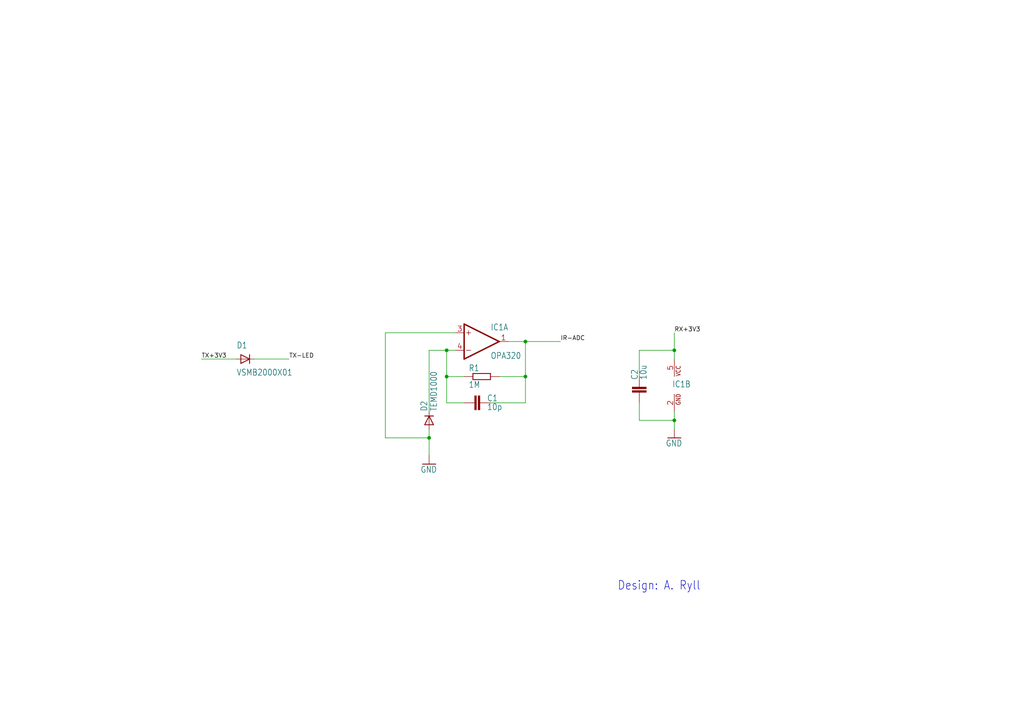
<source format=kicad_sch>
(kicad_sch (version 20250114) (generator "eeschema") (generator_version "9.0")
  (paper "A4")
  (lib_symbols
    (symbol "Ball Detection v4-eagle-import:AD-OP1RT"
      (property "Reference" "IC" (at -0.635 -0.635 0))
      (symbol "AD-OP1RT_1_0"
        (polyline (pts (xy -5.08 5.08) (xy -5.08 -5.08)) (stroke (width 0.4064)))
        (polyline (pts (xy -5.08 -5.08) (xy 5.08 0)) (stroke (width 0.4064)))
        (polyline (pts (xy -4.445 2.54) (xy -3.175 2.54)) (stroke (width 0.1524)))
        (polyline (pts (xy -4.445 -2.54) (xy -3.175 -2.54)) (stroke (width 0.1524)))
        (polyline (pts (xy -3.81 3.175) (xy -3.81 1.905)) (stroke (width 0.1524)))
        (polyline (pts (xy 5.08 0) (xy -5.08 5.08)) (stroke (width 0.4064)))
        (pin input line (at -7.62 2.54 0) (length 2.54) (name "+IN") (number "3"))
        (pin input line (at -7.62 -2.54 0) (length 2.54) (name "-IN") (number "4"))
        (pin output line (at 7.62 0 180) (length 2.54) (name "OUT") (number "1"))
      )
      (symbol "AD-OP1RT_2_0"
        (text "VCC" (at 1.905 2.54 900) (effects (font (size 1.27 1.0795)) (justify left bottom)))
        (text "GND" (at 1.905 -5.842 900) (effects (font (size 1.27 1.0795)) (justify left bottom)))
        (pin power_in line (at 0 7.62 270) (length 5.08) (name "VCC") (number "5"))
        (pin power_in line (at 0 -7.62 90) (length 5.08) (name "GND") (number "2"))
      )
    )
    (symbol "Ball Detection v4-eagle-import:C-EUC0603"
      (property "Reference" "C" (at 1.524 0.381 0))
      (symbol "C-EUC0603_1_0"
        (rectangle (start -2.032 -1.016) (end 2.032 -0.508) (fill (type outline)))
        (rectangle (start -2.032 -2.032) (end 2.032 -1.524) (fill (type outline)))
        (polyline (pts (xy 0 0) (xy 0 -0.508)) (stroke (width 0.1524)))
        (polyline (pts (xy 0 -2.54) (xy 0 -2.032)) (stroke (width 0.1524)))
        (pin passive line (at 0 2.54 270) (length 2.54) (name "1") (number "1"))
        (pin passive line (at 0 -5.08 90) (length 2.54) (name "2") (number "2"))
      )
    )
    (symbol "Ball Detection v4-eagle-import:DIODE"
      (property "Reference" "D" (at 2.54 0.4826 0))
      (symbol "DIODE_1_0"
        (polyline (pts (xy -1.27 1.27) (xy -1.27 -1.27)) (stroke (width 0.254)))
        (polyline (pts (xy -1.27 -1.27) (xy 1.27 0)) (stroke (width 0.254)))
        (polyline (pts (xy 1.27 1.27) (xy 1.27 0)) (stroke (width 0.254)))
        (polyline (pts (xy 1.27 0) (xy -1.27 1.27)) (stroke (width 0.254)))
        (polyline (pts (xy 1.27 0) (xy 1.27 -1.27)) (stroke (width 0.254)))
        (pin passive line (at -2.54 0 0) (length 2.54) (name "A") (number "A"))
        (pin passive line (at 2.54 0 180) (length 2.54) (name "C") (number "C"))
      )
    )
    (symbol "Ball Detection v4-eagle-import:GND" (power)
      (symbol "GND_1_0"
        (polyline (pts (xy -1.905 0) (xy 1.905 0)) (stroke (width 0.254)))
        (pin power_in line (at 0 2.54 270) (length 2.54) (name "GND") (number "1"))
      )
    )
    (symbol "Ball Detection v4-eagle-import:R-EU_R0603"
      (property "Reference" "R" (at -3.81 1.4986 0))
      (symbol "R-EU_R0603_1_0"
        (polyline (pts (xy -2.54 -0.889) (xy -2.54 0.889)) (stroke (width 0.254)))
        (polyline (pts (xy -2.54 -0.889) (xy 2.54 -0.889)) (stroke (width 0.254)))
        (polyline (pts (xy 2.54 0.889) (xy -2.54 0.889)) (stroke (width 0.254)))
        (polyline (pts (xy 2.54 -0.889) (xy 2.54 0.889)) (stroke (width 0.254)))
        (pin passive line (at -5.08 0 0) (length 2.54) (name "1") (number "1"))
        (pin passive line (at 5.08 0 180) (length 2.54) (name "2") (number "2"))
      )
    )
  )
  (text "Design: A. Ryll" (at 179.07 171.45 0) (effects (font (size 2.54 2.159)) (justify left bottom)))
  (junction (at 195.58 121.92))
  (junction (at 195.58 101.6))
  (junction (at 129.54 109.22))
  (junction (at 152.4 99.06))
  (junction (at 152.4 109.22))
  (junction (at 129.54 101.6))
  (junction (at 124.46 127))
  (wire (pts (xy 129.54 116.84) (xy 129.54 109.22)) (stroke (width 0.1524)))
  (wire (pts (xy 83.82 104.14) (xy 73.66 104.14)) (stroke (width 0.1524)))
  (wire (pts (xy 124.46 101.6) (xy 129.54 101.6)) (stroke (width 0.1524)))
  (wire (pts (xy 195.58 104.14) (xy 195.58 101.6)) (stroke (width 0.1524)))
  (wire (pts (xy 142.24 116.84) (xy 152.4 116.84)) (stroke (width 0.1524)))
  (wire (pts (xy 132.08 96.52) (xy 111.76 96.52)) (stroke (width 0.1524)))
  (wire (pts (xy 195.58 121.92) (xy 185.42 121.92)) (stroke (width 0.1524)))
  (wire (pts (xy 124.46 119.38) (xy 124.46 101.6)) (stroke (width 0.1524)))
  (wire (pts (xy 129.54 101.6) (xy 132.08 101.6)) (stroke (width 0.1524)))
  (wire (pts (xy 195.58 96.52) (xy 195.58 101.6)) (stroke (width 0.1524)))
  (wire (pts (xy 111.76 96.52) (xy 111.76 127)) (stroke (width 0.1524)))
  (wire (pts (xy 185.42 121.92) (xy 185.42 116.84)) (stroke (width 0.1524)))
  (wire (pts (xy 152.4 99.06) (xy 147.32 99.06)) (stroke (width 0.1524)))
  (wire (pts (xy 152.4 109.22) (xy 152.4 99.06)) (stroke (width 0.1524)))
  (wire (pts (xy 152.4 116.84) (xy 152.4 109.22)) (stroke (width 0.1524)))
  (wire (pts (xy 185.42 109.22) (xy 185.42 101.6)) (stroke (width 0.1524)))
  (wire (pts (xy 185.42 101.6) (xy 195.58 101.6)) (stroke (width 0.1524)))
  (wire (pts (xy 195.58 121.92) (xy 195.58 119.38)) (stroke (width 0.1524)))
  (wire (pts (xy 129.54 109.22) (xy 129.54 101.6)) (stroke (width 0.1524)))
  (wire (pts (xy 124.46 127) (xy 124.46 124.46)) (stroke (width 0.1524)))
  (wire (pts (xy 162.56 99.06) (xy 152.4 99.06)) (stroke (width 0.1524)))
  (wire (pts (xy 134.62 109.22) (xy 129.54 109.22)) (stroke (width 0.1524)))
  (wire (pts (xy 111.76 127) (xy 124.46 127)) (stroke (width 0.1524)))
  (wire (pts (xy 124.46 132.08) (xy 124.46 127)) (stroke (width 0.1524)))
  (wire (pts (xy 134.62 116.84) (xy 129.54 116.84)) (stroke (width 0.1524)))
  (wire (pts (xy 195.58 124.46) (xy 195.58 121.92)) (stroke (width 0.1524)))
  (wire (pts (xy 58.42 104.14) (xy 68.58 104.14)) (stroke (width 0.1524)))
  (wire (pts (xy 144.78 109.22) (xy 152.4 109.22)) (stroke (width 0.1524)))
  (label "TX+3V3" (at 58.42 104.14 0) (effects (font (size 1.2446 1.2446))))
  (label "TX-LED" (at 83.82 104.14 0) (effects (font (size 1.2446 1.2446))))
  (label "IR-ADC" (at 162.56 99.06 0) (effects (font (size 1.2446 1.2446))))
  (label "RX+3V3" (at 195.58 96.52 0) (effects (font (size 1.2446 1.2446))))
  (symbol (lib_id "Ball Detection v4-eagle-import:C-EUC0603") (at 185.42 114.3 180) (unit 1)
    (property "Reference" "C2" (at 185.039 110.236 90) (effects (font (size 1.778 1.5113)) (justify right top)))
    (property "Value" "10u" (at 187.579 110.236 90) (effects (font (size 1.778 1.5113)) (justify right top)))
    (property "Footprint" "Ball Detection v4:C0603" (effects (hide yes)))
  )
  (symbol (lib_id "Ball Detection v4-eagle-import:AD-OP1RT") (at 139.7 99.06 0) (unit 1)
    (property "Reference" "IC1" (at 142.24 95.885 0) (effects (font (size 1.778 1.5113)) (justify left bottom)))
    (property "Value" "OPA320" (at 142.24 104.14 0) (effects (font (size 1.778 1.5113)) (justify left bottom)))
    (property "Footprint" "Ball Detection v4:SOT23-5" (effects (hide yes)))
  )
  (symbol (lib_id "Ball Detection v4-eagle-import:GND") (at 195.58 127 0) (unit 1)
    (property "Reference" "#GND2" (effects (hide yes)))
    (property "Value" "GND" (at 193.04 129.54 0) (effects (font (size 1.778 1.5113)) (justify left bottom)))
  )
  (symbol (lib_id "Ball Detection v4-eagle-import:DIODE") (at 71.12 104.14 0) (unit 1)
    (property "Reference" "D1" (at 68.58 101.1174 0) (effects (font (size 1.778 1.5113)) (justify left bottom)))
    (property "Value" "VSMB2000X01" (at 68.58 108.9914 0) (effects (font (size 1.778 1.5113)) (justify left bottom)))
    (property "Footprint" "Ball Detection v4:LED-GULLR" (effects (hide yes)))
  )
  (symbol (lib_id "Ball Detection v4-eagle-import:R-EU_R0603") (at 139.7 109.22 0) (unit 1)
    (property "Reference" "R1" (at 135.89 107.7214 0) (effects (font (size 1.778 1.5113)) (justify left bottom)))
    (property "Value" "1M" (at 135.89 112.522 0) (effects (font (size 1.778 1.5113)) (justify left bottom)))
    (property "Footprint" "Ball Detection v4:R0603" (effects (hide yes)))
  )
  (symbol (lib_id "Ball Detection v4-eagle-import:GND") (at 124.46 134.62 0) (unit 1)
    (property "Reference" "#GND1" (effects (hide yes)))
    (property "Value" "GND" (at 121.92 137.16 0) (effects (font (size 1.778 1.5113)) (justify left bottom)))
  )
  (symbol (lib_id "Ball Detection v4-eagle-import:AD-OP1RT") (at 195.58 111.76 0) (unit 2)
    (property "Reference" "IC1" (at 194.945 112.395 0) (effects (font (size 1.778 1.5113)) (justify left bottom)))
    (property "Value" "OPA320" (effects (hide yes)))
    (property "Footprint" "Ball Detection v4:SOT23-5" (effects (hide yes)))
  )
  (symbol (lib_id "Ball Detection v4-eagle-import:DIODE") (at 124.46 121.92 90) (unit 1)
    (property "Reference" "D2" (at 123.9774 119.38 0) (effects (font (size 1.778 1.5113)) (justify left bottom)))
    (property "Value" "TEMD1000" (at 126.7714 119.38 0) (effects (font (size 1.778 1.5113)) (justify left bottom)))
    (property "Footprint" "Ball Detection v4:LED-GULLR" (effects (hide yes)))
  )
  (symbol (lib_id "Ball Detection v4-eagle-import:C-EUC0603") (at 137.16 116.84 90) (unit 1)
    (property "Reference" "C1" (at 141.224 116.459 90) (effects (font (size 1.778 1.5113)) (justify right top)))
    (property "Value" "10p" (at 141.224 118.999 90) (effects (font (size 1.778 1.5113)) (justify right top)))
    (property "Footprint" "Ball Detection v4:C0603" (effects (hide yes)))
  )
)
</source>
